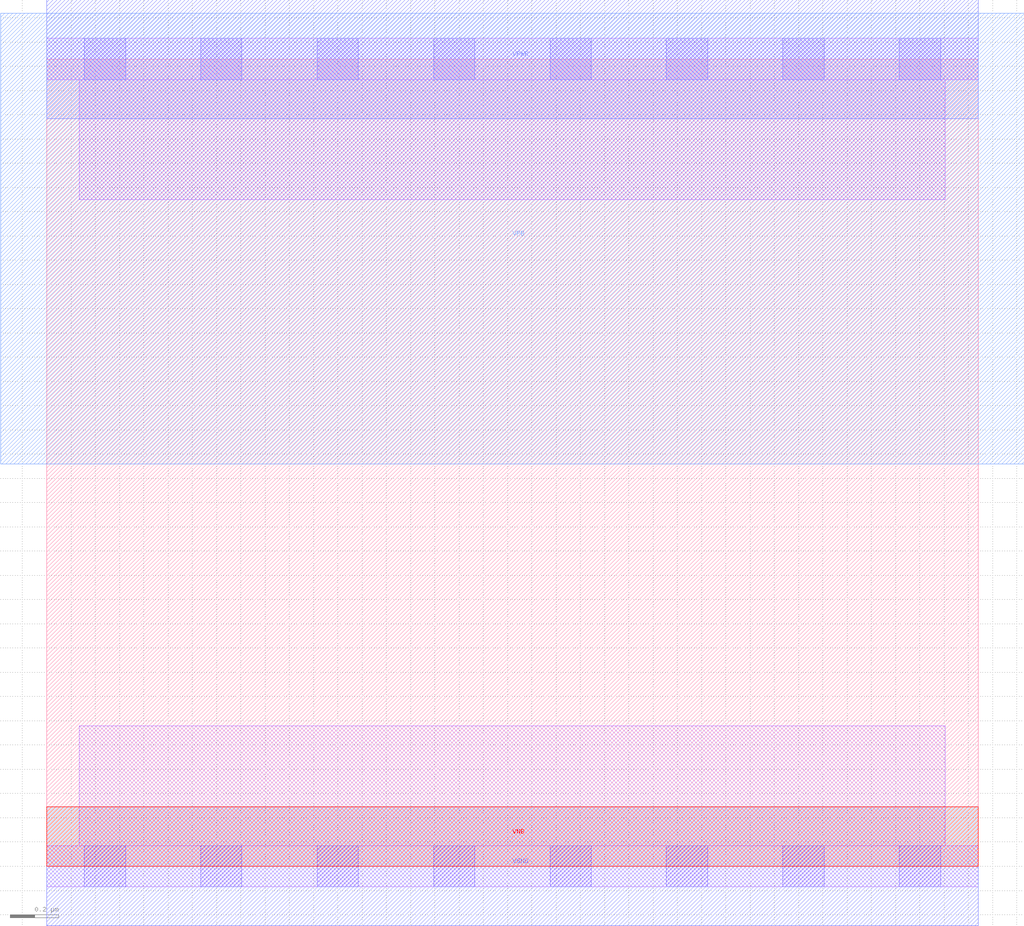
<source format=lef>
# Copyright 2020 The SkyWater PDK Authors
#
# Licensed under the Apache License, Version 2.0 (the "License");
# you may not use this file except in compliance with the License.
# You may obtain a copy of the License at
#
#     https://www.apache.org/licenses/LICENSE-2.0
#
# Unless required by applicable law or agreed to in writing, software
# distributed under the License is distributed on an "AS IS" BASIS,
# WITHOUT WARRANTIES OR CONDITIONS OF ANY KIND, either express or implied.
# See the License for the specific language governing permissions and
# limitations under the License.
#
# SPDX-License-Identifier: Apache-2.0

VERSION 5.7 ;
  NOWIREEXTENSIONATPIN ON ;
  DIVIDERCHAR "/" ;
  BUSBITCHARS "[]" ;
MACRO sky130_fd_sc_ms__fill_diode_8
  CLASS CORE SPACER ;
  FOREIGN sky130_fd_sc_ms__fill_diode_8 ;
  ORIGIN  0.000000  0.000000 ;
  SIZE  3.840000 BY  3.330000 ;
  SYMMETRY X Y ;
  SITE unit ;
  PIN VGND
    DIRECTION INOUT ;
    USE GROUND ;
    PORT
      LAYER met1 ;
        RECT 0.000000 -0.245000 3.840000 0.245000 ;
    END
  END VGND
  PIN VNB
    DIRECTION INOUT ;
    USE GROUND ;
    PORT
      LAYER pwell ;
        RECT 0.000000 0.000000 3.840000 0.245000 ;
    END
  END VNB
  PIN VPB
    DIRECTION INOUT ;
    USE POWER ;
    PORT
      LAYER nwell ;
        RECT -0.190000 1.660000 4.030000 3.520000 ;
    END
  END VPB
  PIN VPWR
    DIRECTION INOUT ;
    USE POWER ;
    PORT
      LAYER met1 ;
        RECT 0.000000 3.085000 3.840000 3.575000 ;
    END
  END VPWR
  OBS
    LAYER li1 ;
      RECT 0.000000 -0.085000 3.840000 0.085000 ;
      RECT 0.000000  3.245000 3.840000 3.415000 ;
      RECT 0.135000  0.085000 3.705000 0.580000 ;
      RECT 0.135000  2.750000 3.705000 3.245000 ;
    LAYER mcon ;
      RECT 0.155000 -0.085000 0.325000 0.085000 ;
      RECT 0.155000  3.245000 0.325000 3.415000 ;
      RECT 0.635000 -0.085000 0.805000 0.085000 ;
      RECT 0.635000  3.245000 0.805000 3.415000 ;
      RECT 1.115000 -0.085000 1.285000 0.085000 ;
      RECT 1.115000  3.245000 1.285000 3.415000 ;
      RECT 1.595000 -0.085000 1.765000 0.085000 ;
      RECT 1.595000  3.245000 1.765000 3.415000 ;
      RECT 2.075000 -0.085000 2.245000 0.085000 ;
      RECT 2.075000  3.245000 2.245000 3.415000 ;
      RECT 2.555000 -0.085000 2.725000 0.085000 ;
      RECT 2.555000  3.245000 2.725000 3.415000 ;
      RECT 3.035000 -0.085000 3.205000 0.085000 ;
      RECT 3.035000  3.245000 3.205000 3.415000 ;
      RECT 3.515000 -0.085000 3.685000 0.085000 ;
      RECT 3.515000  3.245000 3.685000 3.415000 ;
  END
END sky130_fd_sc_ms__fill_diode_8
END LIBRARY

</source>
